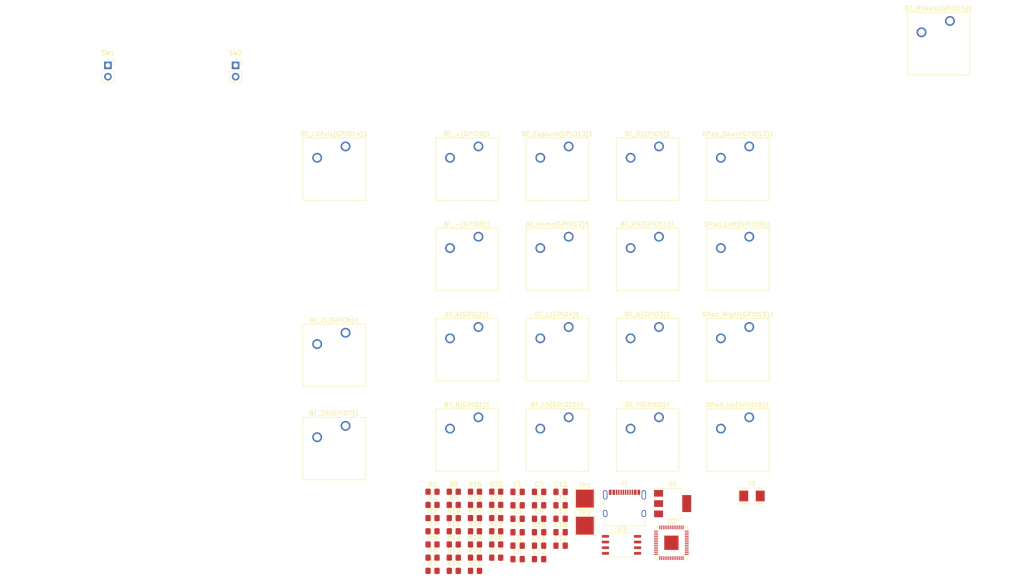
<source format=kicad_pcb>
(kicad_pcb (version 20221018) (generator pcbnew)
  (layers (0 "F.Cu" signal) (31 "B.Cu" signal) (34 "B.Paste" user) (35 "F.Paste" user) (36 "B.SilkS" user "B.Silkscreen") (37 "F.SilkS" user "F.Silkscreen") (38 "B.Mask" user) (39 "F.Mask" user) (44 "Edge.Cuts" user))
  (net 0 "")
  (net 1 "GND")
  (net 2 "BTN_Plus")
  (net 3 "BTN_Minus")
  (net 4 "BTN_A")
  (net 5 "BTN_B")
  (net 6 "BTN_Capture")
  (net 7 "BTN_Home")
  (net 8 "BTN_L")
  (net 9 "BTN_LS")
  (net 10 "BTN_LXAxis")
  (net 11 "BTN_R")
  (net 12 "BTN_RS")
  (net 13 "BTN_RXAxis")
  (net 14 "BTN_X")
  (net 15 "BTN_Y")
  (net 16 "BTN_ZL")
  (net 17 "BTN_ZR")
  (net 18 "Net-(U2-XIN)")
  (net 19 "Net-(C2-Pad2)")
  (net 20 "+1V1")
  (net 21 "VBUS")
  (net 22 "+3.3V")
  (net 23 "DPad_Down")
  (net 24 "DPad_Left")
  (net 25 "DPad_Right")
  (net 26 "DPad_Up")
  (net 27 "Net-(J1-CC1)")
  (net 28 "D+")
  (net 29 "D-")
  (net 31 "Net-(J1-CC2)")
  (net 33 "GNDPWR")
  (net 34 "Net-(U2-XOUT)")
  (net 35 "RP_D-")
  (net 36 "RP_D+")
  (net 37 "Net-(R6-Pad1)")
  (net 38 "QSPI_SS")
  (net 39 "Net-(U2-RUN)")
  (net 40 "Net-(U2-SWD)")
  (net 41 "Net-(U2-SWCLK)")
  (net 52 "QSPI_SD3")
  (net 53 "QSPI_SCLK")
  (net 54 "QSPI_SD0")
  (net 55 "QSPI_SD2")
  (net 56 "QSPI_SD1")
  (footprint "Package_DFN_QFN:QFN-56-1EP_7x7mm_P0.4mm_EP3.2x3.2mm" (layer "F.Cu") (at 170.12 141.3425)
    (fp_text reference "U2" (at 0 -4.82) (layer "F.SilkS"))
    (fp_text value "RP2040")
    (pad "1" smd roundrect (at -3.4375 -2.6) (size 0.875 0.2) (layers "F.Cu" "F.Paste" "F.Mask") (net 22 "+3.3V"))
    (pad "2" smd roundrect (at -3.4375 -2.2) (size 0.875 0.2) (layers "F.Cu" "F.Paste" "F.Mask") (net 15 "BTN_Y"))
    (pad "3" smd roundrect (at -3.4375 -1.8) (size 0.875 0.2) (layers "F.Cu" "F.Paste" "F.Mask") (net 5 "BTN_B"))
    (pad "4" smd roundrect (at -3.4375 -1.4) (size 0.875 0.2) (layers "F.Cu" "F.Paste" "F.Mask") (net 4 "BTN_A"))
    (pad "5" smd roundrect (at -3.4375 -1) (size 0.875 0.2) (layers "F.Cu" "F.Paste" "F.Mask") (net 14 "BTN_X"))
    (pad "6" smd roundrect (at -3.4375 -0.6) (size 0.875 0.2) (layers "F.Cu" "F.Paste" "F.Mask") (net 8 "BTN_L"))
    (pad "7" smd roundrect (at -3.4375 -0.2) (size 0.875 0.2) (layers "F.Cu" "F.Paste" "F.Mask") (net 11 "BTN_R"))
    (pad "8" smd roundrect (at -3.4375 0.2) (size 0.875 0.2) (layers "F.Cu" "F.Paste" "F.Mask") (net 16 "BTN_ZL"))
    (pad "9" smd roundrect (at -3.4375 0.6) (size 0.875 0.2) (layers "F.Cu" "F.Paste" "F.Mask") (net 17 "BTN_ZR"))
    (pad "10" smd roundrect (at -3.4375 1) (size 0.875 0.2) (layers "F.Cu" "F.Paste" "F.Mask") (net 22 "+3.3V"))
    (pad "11" smd roundrect (at -3.4375 1.4) (size 0.875 0.2) (layers "F.Cu" "F.Paste" "F.Mask") (net 3 "BTN_Minus"))
    (pad "12" smd roundrect (at -3.4375 1.8) (size 0.875 0.2) (layers "F.Cu" "F.Paste" "F.Mask") (net 2 "BTN_Plus"))
    (pad "13" smd roundrect (at -3.4375 2.2) (size 0.875 0.2) (layers "F.Cu" "F.Paste" "F.Mask") (net 9 "BTN_LS"))
    (pad "14" smd roundrect (at -3.4375 2.6) (size 0.875 0.2) (layers "F.Cu" "F.Paste" "F.Mask") (net 12 "BTN_RS"))
    (pad "15" smd roundrect (at -2.6 3.4375) (size 0.2 0.875) (layers "F.Cu" "F.Paste" "F.Mask") (net 7 "BTN_Home"))
    (pad "16" smd roundrect (at -2.2 3.4375) (size 0.2 0.875) (layers "F.Cu" "F.Paste" "F.Mask") (net 6 "BTN_Capture"))
    (pad "17" smd roundrect (at -1.8 3.4375) (size 0.2 0.875) (layers "F.Cu" "F.Paste" "F.Mask") (net 10 "BTN_LXAxis"))
    (pad "18" smd roundrect (at -1.4 3.4375) (size 0.2 0.875) (layers "F.Cu" "F.Paste" "F.Mask") (net 13 "BTN_RXAxis"))
    (pad "19" smd roundrect (at -1 3.4375) (size 0.2 0.875) (layers "F.Cu" "F.Paste" "F.Mask") (net 1 "GND"))
    (pad "20" smd roundrect (at -0.6 3.4375) (size 0.2 0.875) (layers "F.Cu" "F.Paste" "F.Mask") (net 18 "Net-(U2-XIN)"))
    (pad "21" smd roundrect (at -0.2 3.4375) (size 0.2 0.875) (layers "F.Cu" "F.Paste" "F.Mask") (net 34 "Net-(U2-XOUT)"))
    (pad "22" smd roundrect (at 0.2 3.4375) (size 0.2 0.875) (layers "F.Cu" "F.Paste" "F.Mask") (net 22 "+3.3V"))
    (pad "23" smd roundrect (at 0.6 3.4375) (size 0.2 0.875) (layers "F.Cu" "F.Paste" "F.Mask") (net 20 "+1V1"))
    (pad "24" smd roundrect (at 1 3.4375) (size 0.2 0.875) (layers "F.Cu" "F.Paste" "F.Mask") (net 41 "Net-(U2-SWCLK)"))
    (pad "25" smd roundrect (at 1.4 3.4375) (size 0.2 0.875) (layers "F.Cu" "F.Paste" "F.Mask") (net 40 "Net-(U2-SWD)"))
    (pad "26" smd roundrect (at 1.8 3.4375) (size 0.2 0.875) (layers "F.Cu" "F.Paste" "F.Mask") (net 39 "Net-(U2-RUN)"))
    (pad "27" smd roundrect (at 2.2 3.4375) (size 0.2 0.875) (layers "F.Cu" "F.Paste" "F.Mask") (net 26 "DPad_Up"))
    (pad "28" smd roundrect (at 2.6 3.4375) (size 0.2 0.875) (layers "F.Cu" "F.Paste" "F.Mask") (net 23 "DPad_Down"))
    (pad "29" smd roundrect (at 3.4375 2.6) (size 0.875 0.2) (layers "F.Cu" "F.Paste" "F.Mask") (net 24 "DPad_Left"))
    (pad "30" smd roundrect (at 3.4375 2.2) (size 0.875 0.2) (layers "F.Cu" "F.Paste" "F.Mask") (net 25 "DPad_Right"))
    (pad "31" smd roundrect (at 3.4375 1.8) (size 0.875 0.2) (layers "F.Cu" "F.Paste" "F.Mask"))
    (pad "32" smd roundrect (at 3.4375 1.4) (size 0.875 0.2) (layers "F.Cu" "F.Paste" "F.Mask"))
    (pad "33" smd roundrect (at 3.4375 1) (size 0.875 0.2) (layers "F.Cu" "F.Paste" "F.Mask") (net 22 "+3.3V"))
    (pad "34" smd roundrect (at 3.4375 0.6) (size 0.875 0.2) (layers "F.Cu" "F.Paste" "F.Mask"))
    (pad "35" smd roundrect (at 3.4375 0.2) (size 0.875 0.2) (layers "F.Cu" "F.Paste" "F.Mask"))
    (pad "36" smd roundrect (at 3.4375 -0.2) (size 0.875 0.2) (layers "F.Cu" "F.Paste" "F.Mask"))
    (pad "37" smd roundrect (at 3.4375 -0.6) (size 0.875 0.2) (layers "F.Cu" "F.Paste" "F.Mask"))
    (pad "38" smd roundrect (at 3.4375 -1) (size 0.875 0.2) (layers "F.Cu" "F.Paste" "F.Mask"))
    (pad "39" smd roundrect (at 3.4375 -1.4) (size 0.875 0.2) (layers "F.Cu" "F.Paste" "F.Mask"))
    (pad "40" smd roundrect (at 3.4375 -1.8) (size 0.875 0.2) (layers "F.Cu" "F.Paste" "F.Mask"))
    (pad "41" smd roundrect (at 3.4375 -2.2) (size 0.875 0.2) (layers "F.Cu" "F.Paste" "F.Mask"))
    (pad "42" smd roundrect (at 3.4375 -2.6) (size 0.875 0.2) (layers "F.Cu" "F.Paste" "F.Mask") (net 22 "+3.3V"))
    (pad "43" smd roundrect (at 2.6 -3.4375) (size 0.2 0.875) (layers "F.Cu" "F.Paste" "F.Mask") (net 22 "+3.3V"))
    (pad "44" smd roundrect (at 2.2 -3.4375) (size 0.2 0.875) (layers "F.Cu" "F.Paste" "F.Mask") (net 22 "+3.3V"))
    (pad "45" smd roundrect (at 1.8 -3.4375) (size 0.2 0.875) (layers "F.Cu" "F.Paste" "F.Mask") (net 20 "+1V1"))
    (pad "46" smd roundrect (at 1.4 -3.4375) (size 0.2 0.875) (layers "F.Cu" "F.Paste" "F.Mask") (net 35 "RP_D-"))
    (pad "47" smd roundrect (at 1 -3.4375) (size 0.2 0.875) (layers "F.Cu" "F.Paste" "F.Mask") (net 36 "RP_D+"))
    (pad "48" smd roundrect (at 0.6 -3.4375) (size 0.2 0.875) (layers "F.Cu" "F.Paste" "F.Mask") (net 22 "+3.3V"))
    (pad "49" smd roundrect (at 0.2 -3.4375) (size 0.2 0.875) (layers "F.Cu" "F.Paste" "F.Mask") (net 22 "+3.3V"))
    (pad "50" smd roundrect (at -0.2 -3.4375) (size 0.2 0.875) (layers "F.Cu" "F.Paste" "F.Mask") (net 20 "+1V1"))
    (pad "51" smd roundrect (at -0.6 -3.4375) (size 0.2 0.875) (layers "F.Cu" "F.Paste" "F.Mask") (net 52 "QSPI_SD3"))
    (pad "52" smd roundrect (at -1 -3.4375) (size 0.2 0.875) (layers "F.Cu" "F.Paste" "F.Mask") (net 53 "QSPI_SCLK"))
    (pad "53" smd roundrect (at -1.4 -3.4375) (size 0.2 0.875) (layers "F.Cu" "F.Paste" "F.Mask") (net 54 "QSPI_SD0"))
    (pad "54" smd roundrect (at -1.8 -3.4375) (size 0.2 0.875) (layers "F.Cu" "F.Paste" "F.Mask") (net 55 "QSPI_SD2"))
    (pad "55" smd roundrect (at -2.2 -3.4375) (size 0.2 0.875) (layers "F.Cu" "F.Paste" "F.Mask") (net 56 "QSPI_SD1"))
    (pad "56" smd roundrect (at -2.6 -3.4375) (size 0.2 0.875) (layers "F.Cu" "F.Paste" "F.Mask") (net 38 "QSPI_SS"))
    (pad "57" smd rect (at 0 0) (size 3.2 3.2) (layers "F.Cu" "F.Mask") (net 1 "GND"))
  )
  (footprint "Connector_PinSocket_2.54mm:PinSocket_1x02_P2.54mm_Vertical" (layer "F.Cu") (at 44.05 34.525)
    (fp_text reference "SW1" (at 0 -2.77) (layer "F.SilkS"))
    (fp_text value "RUN")
    (pad "1" thru_hole rect (at 0 0) (size 1.7 1.7) (drill 1) (layers "*.Cu" "*.Mask") (net 1 "GND"))
    (pad "2" thru_hole oval (at 0 2.54) (size 1.7 1.7) (drill 1) (layers "*.Cu" "*.Mask") (net 39 "Net-(U2-RUN)"))
  )
  (footprint "Resistor_SMD:R_0805_2012Metric_Pad1.20x1.40mm_HandSolder" (layer "F.Cu") (at 130.93 144.6725)
    (fp_text reference "R27" (at 0 -1.65) (layer "F.SilkS"))
    (fp_text value "4.7k")
    (pad "1" smd roundrect (at -1 0) (size 1.2 1.4) (layers "F.Cu" "F.Paste" "F.Mask") (roundrect_rratio 0.208333) (net 22 "+3.3V"))
    (pad "2" smd roundrect (at 1 0) (size 1.2 1.4) (layers "F.Cu" "F.Paste" "F.Mask") (roundrect_rratio 0.208333) (net 25 "DPad_Right"))
  )
  (footprint "Button_Switch_Keyboard:SW_Cherry_MX_2.00u_PCB" (layer "F.Cu") (at 97.22 52.6675)
    (fp_text reference "BT_LXAxis(GPIO14)1" (at -2.54 -2.794) (layer "F.SilkS"))
    (fp_text value "KEYSW")
    (pad "" np_thru_hole circle (at -14.44 -1.92) (size 3.05 3.05) (drill 3.05) (layers "*.Cu" "*.Mask"))
    (pad "" np_thru_hole circle (at -14.44 13.32) (size 4 4) (drill 4) (layers "*.Cu" "*.Mask"))
    (pad "" np_thru_hole circle (at -7.62 5.08) (size 1.7 1.7) (drill 1.7) (layers "*.Cu" "*.Mask"))
    (pad "" np_thru_hole circle (at -2.54 5.08) (size 4 4) (drill 4) (layers "*.Cu" "*.Mask"))
    (pad "" np_thru_hole circle (at 2.54 5.08) (size 1.7 1.7) (drill 1.7) (layers "*.Cu" "*.Mask"))
    (pad "" np_thru_hole circle (at 9.36 -1.92) (size 3.05 3.05) (drill 3.05) (layers "*.Cu" "*.Mask"))
    (pad "" np_thru_hole circle (at 9.36 13.32) (size 4 4) (drill 4) (layers "*.Cu" "*.Mask"))
    (pad "1" thru_hole circle (at 0 0) (size 2.2 2.2) (drill 1.5) (layers "*.Cu" "*.Mask") (net 1 "GND"))
    (pad "2" thru_hole circle (at -6.35 2.54) (size 2.2 2.2) (drill 1.5) (layers "*.Cu" "*.Mask") (net 10 "BTN_LXAxis"))
  )
  (footprint "Capacitor_SMD:C_0805_2012Metric_Pad1.18x1.45mm_HandSolder" (layer "F.Cu") (at 145.33 138.9825)
    (fp_text reference "C16" (at 0 -1.68) (layer "F.SilkS"))
    (fp_text value "100u")
    (pad "1" smd roundrect (at -1.0375 0) (size 1.175 1.45) (layers "F.Cu" "F.Paste" "F.Mask") (roundrect_rratio 0.212766) (net 22 "+3.3V"))
    (pad "2" smd roundrect (at 1.0375 0) (size 1.175 1.45) (layers "F.Cu" "F.Paste" "F.Mask") (roundrect_rratio 0.212766) (net 1 "GND"))
  )
  (footprint "Capacitor_SMD:C_0805_2012Metric_Pad1.18x1.45mm_HandSolder" (layer "F.Cu") (at 145.33 132.9625)
    (fp_text reference "C14" (at 0 -1.68) (layer "F.SilkS"))
    (fp_text value "100u")
    (pad "1" smd roundrect (at -1.0375 0) (size 1.175 1.45) (layers "F.Cu" "F.Paste" "F.Mask") (roundrect_rratio 0.212766) (net 22 "+3.3V"))
    (pad "2" smd roundrect (at 1.0375 0) (size 1.175 1.45) (layers "F.Cu" "F.Paste" "F.Mask") (roundrect_rratio 0.212766) (net 1 "GND"))
  )
  (footprint "Capacitor_SMD:C_0805_2012Metric_Pad1.18x1.45mm_HandSolder" (layer "F.Cu") (at 135.71 135.9725)
    (fp_text reference "C3" (at 0 -1.68) (layer "F.SilkS"))
    (fp_text value "100u")
    (pad "1" smd roundrect (at -1.0375 0) (size 1.175 1.45) (layers "F.Cu" "F.Paste" "F.Mask") (roundrect_rratio 0.212766) (net 20 "+1V1"))
    (pad "2" smd roundrect (at 1.0375 0) (size 1.175 1.45) (layers "F.Cu" "F.Paste" "F.Mask") (roundrect_rratio 0.212766) (net 1 "GND"))
  )
  (footprint "Capacitor_SMD:C_0805_2012Metric_Pad1.18x1.45mm_HandSolder" (layer "F.Cu") (at 140.52 138.9825)
    (fp_text reference "C10" (at 0 -1.68) (layer "F.SilkS"))
    (fp_text value "100u")
    (pad "1" smd roundrect (at -1.0375 0) (size 1.175 1.45) (layers "F.Cu" "F.Paste" "F.Mask") (roundrect_rratio 0.212766) (net 22 "+3.3V"))
    (pad "2" smd roundrect (at 1.0375 0) (size 1.175 1.45) (layers "F.Cu" "F.Paste" "F.Mask") (roundrect_rratio 0.212766) (net 1 "GND"))
  )
  (footprint "Button_Switch_Keyboard:SW_Cherry_MX_1.00u_PCB" (layer "F.Cu") (at 147.145 93.0675)
    (fp_text reference "BT_L(GPIO4)1" (at -2.54 -2.794) (layer "F.SilkS"))
    (fp_text value "KEYSW")
    (pad "" np_thru_hole circle (at -7.62 5.08) (size 1.7 1.7) (drill 1.7) (layers "*.Cu" "*.Mask"))
    (pad "" np_thru_hole circle (at -2.54 5.08) (size 4 4) (drill 4) (layers "*.Cu" "*.Mask"))
    (pad "" np_thru_hole circle (at 2.54 5.08) (size 1.7 1.7) (drill 1.7) (layers "*.Cu" "*.Mask"))
    (pad "1" thru_hole circle (at 0 0) (size 2.2 2.2) (drill 1.5) (layers "*.Cu" "*.Mask") (net 1 "GND"))
    (pad "2" thru_hole circle (at -6.35 2.54) (size 2.2 2.2) (drill 1.5) (layers "*.Cu" "*.Mask") (net 8 "BTN_L"))
  )
  (footprint "Resistor_SMD:R_0805_2012Metric_Pad1.20x1.40mm_HandSolder" (layer "F.Cu") (at 121.43 129.9225)
    (fp_text reference "R8" (at 0 -1.65) (layer "F.SilkS"))
    (fp_text value "4.7k")
    (pad "1" smd roundrect (at -1 0) (size 1.2 1.4) (layers "F.Cu" "F.Paste" "F.Mask") (roundrect_rratio 0.208333) (net 22 "+3.3V"))
    (pad "2" smd roundrect (at 1 0) (size 1.2 1.4) (layers "F.Cu" "F.Paste" "F.Mask") (roundrect_rratio 0.208333) (net 15 "BTN_Y"))
  )
  (footprint "Capacitor_SMD:C_0805_2012Metric_Pad1.18x1.45mm_HandSolder" (layer "F.Cu") (at 135.71 129.9525)
    (fp_text reference "C1" (at 0 -1.68) (layer "F.SilkS"))
    (fp_text value "27p")
    (pad "1" smd roundrect (at -1.0375 0) (size 1.175 1.45) (layers "F.Cu" "F.Paste" "F.Mask") (roundrect_rratio 0.212766) (net 1 "GND"))
    (pad "2" smd roundrect (at 1.0375 0) (size 1.175 1.45) (layers "F.Cu" "F.Paste" "F.Mask") (roundrect_rratio 0.212766) (net 18 "Net-(U2-XIN)"))
  )
  (footprint "Button_Switch_Keyboard:SW_Cherry_MX_1.00u_PCB" (layer "F.Cu") (at 126.945 72.8675)
    (fp_text reference "BT_-(GPIO8)1" (at -2.54 -2.794) (layer "F.SilkS"))
    (fp_text value "KEYSW")
    (pad "" np_thru_hole circle (at -7.62 5.08) (size 1.7 1.7) (drill 1.7) (layers "*.Cu" "*.Mask"))
    (pad "" np_thru_hole circle (at -2.54 5.08) (size 4 4) (drill 4) (layers "*.Cu" "*.Mask"))
    (pad "" np_thru_hole circle (at 2.54 5.08) (size 1.7 1.7) (drill 1.7) (layers "*.Cu" "*.Mask"))
    (pad "1" thru_hole circle (at 0 0) (size 2.2 2.2) (drill 1.5) (layers "*.Cu" "*.Mask") (net 1 "GND"))
    (pad "2" thru_hole circle (at -6.35 2.54) (size 2.2 2.2) (drill 1.5) (layers "*.Cu" "*.Mask") (net 3 "BTN_Minus"))
  )
  (footprint "Resistor_SMD:R_0805_2012Metric_Pad1.20x1.40mm_HandSolder" (layer "F.Cu") (at 126.18 144.6725)
    (fp_text reference "R20" (at 0 -1.65) (layer "F.SilkS"))
    (fp_text value "4.7k")
    (pad "1" smd roundrect (at -1 0) (size 1.2 1.4) (layers "F.Cu" "F.Paste" "F.Mask") (roundrect_rratio 0.208333) (net 22 "+3.3V"))
    (pad "2" smd roundrect (at 1 0) (size 1.2 1.4) (layers "F.Cu" "F.Paste" "F.Mask") (roundrect_rratio 0.208333) (net 7 "BTN_Home"))
  )
  (footprint "Resistor_SMD:R_0805_2012Metric_Pad1.20x1.40mm_HandSolder" (layer "F.Cu") (at 126.18 132.8725)
    (fp_text reference "R16" (at 0 -1.65) (layer "F.SilkS"))
    (fp_text value "4.7k")
    (pad "1" smd roundrect (at -1 0) (size 1.2 1.4) (layers "F.Cu" "F.Paste" "F.Mask") (roundrect_rratio 0.208333) (net 22 "+3.3V"))
    (pad "2" smd roundrect (at 1 0) (size 1.2 1.4) (layers "F.Cu" "F.Paste" "F.Mask") (roundrect_rratio 0.208333) (net 3 "BTN_Minus"))
  )
  (footprint "TestPoint:TestPoint_Pad_4.0x4.0mm" (layer "F.Cu") (at 150.76 131.4725)
    (fp_text reference "TP1" (at 0 -2.898) (layer "F.SilkS"))
    (fp_text value "TestPoint")
    (pad "1" smd rect (at 0 0) (size 4 4) (layers "F.Cu" "F.Mask") (net 40 "Net-(U2-SWD)"))
  )
  (footprint "Capacitor_SMD:C_0805_2012Metric_Pad1.18x1.45mm_HandSolder" (layer "F.Cu") (at 140.52 129.9525)
    (fp_text reference "C7" (at 0 -1.68) (layer "F.SilkS"))
    (fp_text value "10u")
    (pad "1" smd roundrect (at -1.0375 0) (size 1.175 1.45) (layers "F.Cu" "F.Paste" "F.Mask") (roundrect_rratio 0.212766) (net 1 "GND"))
    (pad "2" smd roundrect (at 1.0375 0) (size 1.175 1.45) (layers "F.Cu" "F.Paste" "F.Mask") (roundrect_rratio 0.212766) (net 22 "+3.3V"))
  )
  (footprint "Resistor_SMD:R_0805_2012Metric_Pad1.20x1.40mm_HandSolder" (layer "F.Cu") (at 130.93 141.7225)
    (fp_text reference "R26" (at 0 -1.65) (layer "F.SilkS"))
    (fp_text value "4.7k")
    (pad "1" smd roundrect (at -1 0) (size 1.2 1.4) (layers "F.Cu" "F.Paste" "F.Mask") (roundrect_rratio 0.208333) (net 22 "+3.3V"))
    (pad "2" smd roundrect (at 1 0) (size 1.2 1.4) (layers "F.Cu" "F.Paste" "F.Mask") (roundrect_rratio 0.208333) (net 24 "DPad_Left"))
  )
  (footprint "Resistor_SMD:R_0805_2012Metric_Pad1.20x1.40mm_HandSolder" (layer "F.Cu") (at 116.68 141.7225)
    (fp_text reference "R5" (at 0 -1.65) (layer "F.SilkS"))
    (fp_text value "22")
    (pad "1" smd roundrect (at -1 0) (size 1.2 1.4) (layers "F.Cu" "F.Paste" "F.Mask") (roundrect_rratio 0.208333) (net 28 "D+"))
    (pad "2" smd roundrect (at 1 0) (size 1.2 1.4) (layers "F.Cu" "F.Paste" "F.Mask") (roundrect_rratio 0.208333) (net 36 "RP_D+"))
  )
  (footprint "Button_Switch_Keyboard:SW_Cherry_MX_1.00u_PCB" (layer "F.Cu") (at 126.945 113.2675)
    (fp_text reference "BT_B(GPIO1)1" (at -2.54 -2.794) (layer "F.SilkS"))
    (fp_text value "KEYSW")
    (pad "" np_thru_hole circle (at -7.62 5.08) (size 1.7 1.7) (drill 1.7) (layers "*.Cu" "*.Mask"))
    (pad "" np_thru_hole circle (at -2.54 5.08) (size 4 4) (drill 4) (layers "*.Cu" "*.Mask"))
    (pad "" np_thru_hole circle (at 2.54 5.08) (size 1.7 1.7) (drill 1.7) (layers "*.Cu" "*.Mask"))
    (pad "1" thru_hole circle (at 0 0) (size 2.2 2.2) (drill 1.5) (layers "*.Cu" "*.Mask") (net 1 "GND"))
    (pad "2" thru_hole circle (at -6.35 2.54) (size 2.2 2.2) (drill 1.5) (layers "*.Cu" "*.Mask") (net 5 "BTN_B"))
  )
  (footprint "Resistor_SMD:R_0805_2012Metric_Pad1.20x1.40mm_HandSolder" (layer "F.Cu") (at 116.68 144.6725)
    (fp_text reference "R6" (at 0 -1.65) (layer "F.SilkS"))
    (fp_text value "1k")
    (pad "1" smd roundrect (at -1 0) (size 1.2 1.4) (layers "F.Cu" "F.Paste" "F.Mask") (roundrect_rratio 0.208333) (net 37 "Net-(R6-Pad1)"))
    (pad "2" smd roundrect (at 1 0) (size 1.2 1.4) (layers "F.Cu" "F.Paste" "F.Mask") (roundrect_rratio 0.208333) (net 38 "QSPI_SS"))
  )
  (footprint "Resistor_SMD:R_0805_2012Metric_Pad1.20x1.40mm_HandSolder" (layer "F.Cu") (at 130.93 132.8725)
    (fp_text reference "R23" (at 0 -1.65) (layer "F.SilkS"))
    (fp_text value "4.7k")
    (pad "1" smd roundrect (at -1 0) (size 1.2 1.4) (layers "F.Cu" "F.Paste" "F.Mask") (roundrect_rratio 0.208333) (net 22 "+3.3V"))
    (pad "2" smd roundrect (at 1 0) (size 1.2 1.4) (layers "F.Cu" "F.Paste" "F.Mask") (roundrect_rratio 0.208333) (net 13 "BTN_RXAxis"))
  )
  (footprint "Resistor_SMD:R_0805_2012Metric_Pad1.20x1.40mm_HandSolder" (layer "F.Cu") (at 116.68 132.8725)
    (fp_text reference "R2" (at 0 -1.65) (layer "F.SilkS"))
    (fp_text value "5.1k")
    (pad "1" smd roundrect (at -1 0) (size 1.2 1.4) (layers "F.Cu" "F.Paste" "F.Mask") (roundrect_rratio 0.208333) (net 27 "Net-(J1-CC1)"))
    (pad "2" smd roundrect (at 1 0) (size 1.2 1.4) (layers "F.Cu" "F.Paste" "F.Mask") (roundrect_rratio 0.208333) (net 1 "GND"))
  )
  (footprint "Button_Switch_Keyboard:SW_Cherry_MX_1.00u_PCB" (layer "F.Cu") (at 147.145 72.8675)
    (fp_text reference "BT_Home(GPIO12)1" (at -2.54 -2.794) (layer "F.SilkS"))
    (fp_text value "KEYSW")
    (pad "" np_thru_hole circle (at -7.62 5.08) (size 1.7 1.7) (drill 1.7) (layers "*.Cu" "*.Mask"))
    (pad "" np_thru_hole circle (at -2.54 5.08) (size 4 4) (drill 4) (layers "*.Cu" "*.Mask"))
    (pad "" np_thru_hole circle (at 2.54 5.08) (size 1.7 1.7) (drill 1.7) (layers "*.Cu" "*.Mask"))
    (pad "1" thru_hole circle (at 0 0) (size 2.2 2.2) (drill 1.5) (layers "*.Cu" "*.Mask") (net 1 "GND"))
    (pad "2" thru_hole circle (at -6.35 2.54) (size 2.2 2.2) (drill 1.5) (layers "*.Cu" "*.Mask") (net 7 "BTN_Home"))
  )
  (footprint "Resistor_SMD:R_0805_2012Metric_Pad1.20x1.40mm_HandSolder" (layer "F.Cu") (at 130.93 138.7725)
    (fp_text reference "R25" (at 0 -1.65) (layer "F.SilkS"))
    (fp_text value "4.7k")
    (pad "1" smd roundrect (at -1 0) (size 1.2 1.4) (layers "F.Cu" "F.Paste" "F.Mask") (roundrect_rratio 0.208333) (net 22 "+3.3V"))
    (pad "2" smd roundrect (at 1 0) (size 1.2 1.4) (layers "F.Cu" "F.Paste" "F.Mask") (roundrect_rratio 0.208333) (net 23 "DPad_Down"))
  )
  (footprint "Button_Switch_Keyboard:SW_Cherry_MX_1.00u_PCB" (layer "F.Cu") (at 187.545 93.0675)
    (fp_text reference "DPad_Right(GPIO19)1" (at -2.54 -2.794) (layer "F.SilkS"))
    (fp_text value "KEYSW")
    (pad "" np_thru_hole circle (at -7.62 5.08) (size 1.7 1.7) (drill 1.7) (layers "*.Cu" "*.Mask"))
    (pad "" np_thru_hole circle (at -2.54 5.08) (size 4 4) (drill 4) (layers "*.Cu" "*.Mask"))
    (pad "" np_thru_hole circle (at 2.54 5.08) (size 1.7 1.7) (drill 1.7) (layers "*.Cu" "*.Mask"))
    (pad "1" thru_hole circle (at 0 0) (size 2.2 2.2) (drill 1.5) (layers "*.Cu" "*.Mask") (net 1 "GND"))
    (pad "2" thru_hole circle (at -6.35 2.54) (size 2.2 2.2) (drill 1.5) (layers "*.Cu" "*.Mask") (net 25 "DPad_Right"))
  )
  (footprint "Capacitor_SMD:C_0805_2012Metric_Pad1.18x1.45mm_HandSolder" (layer "F.Cu") (at 140.52 141.9925)
    (fp_text reference "C11" (at 0 -1.68) (layer "F.SilkS"))
    (fp_text value "100n")
    (pad "1" smd roundrect (at -1.0375 0) (size 1.175 1.45) (layers "F.Cu" "F.Paste" "F.Mask") (roundrect_rratio 0.212766) (net 22 "+3.3V"))
    (pad "2" smd roundrect (at 1.0375 0) (size 1.175 1.45) (layers "F.Cu" "F.Paste" "F.Mask") (roundrect_rratio 0.212766) (net 1 "GND"))
  )
  (footprint "Resistor_SMD:R_0805_2012Metric_Pad1.20x1.40mm_HandSolder" (layer "F.Cu") (at 126.18 135.8225)
    (fp_text reference "R17" (at 0 -1.65) (layer "F.SilkS"))
    (fp_text value "4.7k")
    (pad "1" smd roundrect (at -1 0) (size 1.2 1.4) (layers "F.Cu" "F.Paste" "F.Mask") (roundrect_rratio 0.208333) (net 22 "+3.3V"))
    (pad "2" smd roundrect (at 1 0) (size 1.2 1.4) (layers "F.Cu" "F.Paste" "F.Mask") (roundrect_rratio 0.208333) (net 2 "BTN_Plus"))
  )
  (footprint "Resistor_SMD:R_0805_2012Metric_Pad1.20x1.40mm_HandSolder" (layer "F.Cu") (at 126.18 141.7225)
    (fp_text reference "R19" (at 0 -1.65) (layer "F.SilkS"))
    (fp_text value "4.7k")
    (pad "1" smd roundrect (at -1 0) (size 1.2 1.4) (layers "F.Cu" "F.Paste" "F.Mask") (roundrect_rratio 0.208333) (net 22 "+3.3V"))
    (pad "2" smd roundrect (at 1 0) (size 1.2 1.4) (layers "F.Cu" "F.Paste" "F.Mask") (roundrect_rratio 0.208333) (net 12 "BTN_RS"))
  )
  (footprint "Button_Switch_Keyboard:SW_Cherry_MX_1.00u_PCB" (layer "F.Cu") (at 167.345 72.8675)
    (fp_text reference "BT_RS(GPIO11)1" (at -2.54 -2.794) (layer "F.SilkS"))
    (fp_text value "KEYSW")
    (pad "" np_thru_hole circle (at -7.62 5.08) (size 1.7 1.7) (drill 1.7) (layers "*.Cu" "*.Mask"))
    (pad "" np_thru_hole circle (at -2.54 5.08) (size 4 4) (drill 4) (layers "*.Cu" "*.Mask"))
    (pad "" np_thru_hole circle (at 2.54 5.08) (size 1.7 1.7) (drill 1.7) (layers "*.Cu" "*.Mask"))
    (pad "1" thru_hole circle (at 0 0) (size 2.2 2.2) (drill 1.5) (layers "*.Cu" "*.Mask") (net 1 "GND"))
    (pad "2" thru_hole circle (at -6.35 2.54) (size 2.2 2.2) (drill 1.5) (layers "*.Cu" "*.Mask") (net 12 "BTN_RS"))
  )
  (footprint "Capacitor_SMD:C_0805_2012Metric_Pad1.18x1.45mm_HandSolder" (layer "F.Cu") (at 140.52 145.0025)
    (fp_text reference "C12" (at 0 -1.68) (layer "F.SilkS"))
    (fp_text value "100u")
    (pad "1" smd roundrect (at -1.0375 0) (size 1.175 1.45) (layers "F.Cu" "F.Paste" "F.Mask") (roundrect_rratio 0.212766) (net 22 "+3.3V"))
    (pad "2" smd roundrect (at 1.0375 0) (size 1.175 1.45) (layers "F.Cu" "F.Paste" "F.Mask") (roundrect_rratio 0.212766) (net 1 "GND"))
  )
  (footprint "Package_TO_SOT_SMD:SOT-223-3_TabPin2" (layer "F.Cu") (at 170.4 132.5725)
    (fp_text reference "U1" (at 0 -4.5) (layer "F.SilkS"))
    (fp_text value "AMS1117-3.3")
    (pad "1" smd rect (at -3.15 -2.3) (size 2 1.5) (layers "F.Cu" "F.Paste" "F.Mask") (net 1 "GND"))
    (pad "2" smd rect (at -3.15 0) (size 2 1.5) (layers "F.Cu" "F.Paste" "F.Mask") (net 22 "+3.3V"))
    (pad "2" smd rect (at 3.15 0) (size 2 3.8) (layers "F.Cu" "F.Paste" "F.Mask") (net 22 "+3.3V"))
    (pad "3" smd rect (at -3.15 2.3) (size 2 1.5) (layers "F.Cu" "F.Paste" "F.Mask") (net 21 "VBUS"))
  )
  (footprint "Resistor_SMD:R_0805_2012Metric_Pad1.20x1.40mm_HandSolder" (layer "F.Cu") (at 130.93 129.9225)
    (fp_text reference "R22" (at 0 -1.65) (layer "F.SilkS"))
    (fp_text value "4.7k")
    (pad "1" smd roundrect (at -1 0) (size 1.2 1.4) (layers "F.Cu" "F.Paste" "F.Mask") (roundrect_rratio 0.208333) (net 22 "+3.3V"))
    (pad "2" smd roundrect (at 1 0) (size 1.2 1.4) (layers "F.Cu" "F.Paste" "F.Mask") (roundrect_rratio 0.208333) (net 10 "BTN_LXAxis"))
  )
  (footprint "Resistor_SMD:R_0805_2012Metric_Pad1.20x1.40mm_HandSolder" (layer "F.Cu") (at 121.43 138.7725)
    (fp_text reference "R11" (at 0 -1.65) (layer "F.SilkS"))
    (fp_text value "4.7k")
    (pad "1" smd roundrect (at -1 0) (size 1.2 1.4) (layers "F.Cu" "F.Paste" "F.Mask") (roundrect_rratio 0.208333) (net 22 "+3.3V"))
    (pad "2" smd roundrect (at 1 0) (size 1.2 1.4) (layers "F.Cu" "F.Paste" "F.Mask") (roundrect_rratio 0.208333) (net 14 "BTN_X"))
  )
  (footprint "Resistor_SMD:R_0805_2012Metric_Pad1.20x1.40mm_HandSolder" (layer "F.Cu") (at 121.43 144.6725)
    (fp_text reference "R13" (at 0 -1.65) (layer "F.SilkS"))
    (fp_text value "4.7k")
    (pad "1" smd roundrect (at -1 0) (size 1.2 1.4) (layers "F.Cu" "F.Paste" "F.Mask") (roundrect_rratio 0.208333) (net 22 "+3.3V"))
    (pad "2" smd roundrect (at 1 0) (size 1.2 1.4) (layers "F.Cu" "F.Paste" "F.Mask") (roundrect_rratio 0.208333) (net 11 "BTN_R"))
  )
  (footprint "Resistor_SMD:R_0805_2012Metric_Pad1.20x1.40mm_HandSolder" (layer "F.Cu") (at 126.18 147.6225)
    (fp_text reference "R21" (at 0 -1.65) (layer "F.SilkS"))
    (fp_text value "4.7k")
    (pad "1" smd roundrect (at -1 0) (size 1.2 1.4) (layers "F.Cu" "F.Paste" "F.Mask") (roundrect_rratio 0.208333) (net 22 "+3.3V"))
    (pad "2" smd roundrect (at 1 0) (size 1.2 1.4) (layers "F.Cu" "F.Paste" "F.Mask") (roundrect_rratio 0.208333) (net 6 "BTN_Capture"))
  )
  (footprint "Capacitor_SMD:C_0805_2012Metric_Pad1.18x1.45mm_HandSolder" (layer "F.Cu") (at 140.52 135.9725)
    (fp_text reference "C9" (at 0 -1.68) (layer "F.SilkS"))
    (fp_text value "1u")
    (pad "1" smd roundrect (at -1.0375 0) (size 1.175 1.45) (layers "F.Cu" "F.Paste" "F.Mask") (roundrect_rratio 0.212766) (net 22 "+3.3V"))
    (pad "2" smd roundrect (at 1.0375 0) (size 1.175 1.45) (layers "F.Cu" "F.Paste" "F.Mask") (roundrect_rratio 0.212766) (net 1 "GND"))
  )
  (footprint "Resistor_SMD:R_0805_2012Metric_Pad1.20x1.40mm_HandSolder" (layer "F.Cu") (at 116.68 135.8225)
    (fp_text reference "R3" (at 0 -1.65) (layer "F.SilkS"))
    (fp_text value "5.1k")
    (pad "1" smd roundrect (at -1 0) (size 1.2 1.4) (layers "F.Cu" "F.Paste" "F.Mask") (roundrect_rratio 0.208333) (net 31 "Net-(J1-CC2)"))
    (pad "2" smd roundrect (at 1 0) (size 1.2 1.4) (layers "F.Cu" "F.Paste" "F.Mask") (roundrect_rratio 0.208333) (net 1 "GND"))
  )
  (footprint "Button_Switch_Keyboard:SW_Cherry_MX_2.00u_PCB" (layer "F.Cu") (at 97.22 94.3475)
    (fp_text reference "BT_ZL(GPIO6)1" (at -2.54 -2.794) (layer "F.SilkS"))
    (fp_text value "KEYSW")
    (pad "" np_thru_hole circle (at -14.44 -1.92) (size 3.05 3.05) (drill 3.05) (layers "*.Cu" "*.Mask"))
    (pad "" np_thru_hole circle (at -14.44 13.32) (size 4 4) (drill 4) (layers "*.Cu" "*.Mask"))
    (pad "" np_thru_hole circle (at -7.62 5.08) (size 1.7 1.7) (drill 1.7) (layers "*.Cu" "*.Mask"))
    (pad "" np_thru_hole circle (at -2.54 5.08) (size 4 4) (drill 4) (layers "*.Cu" "*.Mask"))
    (pad "" np_thru_hole circle (at 2.54 5.08) (size 1.7 1.7) (drill 1.7) (layers "*.Cu" "*.Mask"))
    (pad "" np_thru_hole circle (at 9.36 -1.92) (size 3.05 3.05) (drill 3.05) (layers "*.Cu" "*.Mask"))
    (pad "" np_thru_hole circle (at 9.36 13.32) (size 4 4) (drill 4) (layers "*.Cu" "*.Mask"))
    (pad "1" thru_hole circle (at 0 0) (size 2.2 2.2) (drill 1.5) (layers "*.Cu" "*.Mask") (net 1 "GND"))
    (pad "2" thru_hole circle (at -6.35 2.54) (size 2.2 2.2) (drill 1.5) (layers "*.Cu" "*.Mask") (net 16 "BTN_ZL"))
  )
  (footprint "Button_Switch_Keyboard:SW_Cherry_MX_1.00u_PCB" (layer "F.Cu") (at 147.145 52.6675)
    (fp_text reference "BT_Capture(GPIO13)1" (at -2.54 -2.794) (layer "F.SilkS"))
    (fp_text value "KEYSW")
    (pad "" np_thru_hole circle (at -7.62 5.08) (size 1.7 1.7) (drill 1.7) (layers "*.Cu" "*.Mask"))
    (pad "" np_thru_hole circle (at -2.54 5.08) (size 4 4) (drill 4) (layers "*.Cu" "*.Mask"))
    (pad "" np_thru_hole circle (at 2.54 5.08) (size 1.7 1.7) (drill 1.7) (layers "*.Cu" "*.Mask"))
    (pad "1" thru_hole circle (at 0 0) (size 2.2 2.2) (drill 1.5) (layers "*.Cu" "*.Mask") (net 1 "GND"))
    (pad "2" thru_hole circle (at -6.35 2.54) (size 2.2 2.2) (drill 1.5) (layers "*.Cu" "*.Mask") (net 6 "BTN_Capture"))
  )
  (footprint "Button_Switch_Keyboard:SW_Cherry_MX_1.00u_PCB" (layer "F.Cu") (at 187.545 52.6675)
    (fp_text reference "DPad_Down(GPIO17)1" (at -2.54 -2.794) (layer "F.SilkS"))
    (fp_text value "KEYSW")
    (pad "" np_thru_hole circle (at -7.62 5.08) (size 1.7 1.7) (drill 1.7) (layers "*.Cu" "*.Mask"))
    (pad "" np_thru_hole circle (at -2.54 5.08) (size 4 4) (drill 4) (layers "*.Cu" "*.Mask"))
    (pad "" np_thru_hole circle (at 2.54 5.08) (size 1.7 1.7) (drill 1.7) (layers "*.Cu" "*.Mask"))
    (pad "1" thru_hole circle (at 0 0) (size 2.2 2.2) (drill 1.5) (layers "*.Cu" "*.Mask") (net 1 "GND"))
    (pad "2" thru_hole circle (at -6.35 2.54) (size 2.2 2.2) (drill 1.5) (layers "*.Cu" "*.Mask") (net 23 "DPad_Down"))
  )
  (footprint "Resistor_SMD:R_0805_2012Metric_Pad1.20x1.40mm_HandSolder" (layer "F.Cu") (at 121.43 147.6225)
    (fp_text reference "R14" (at 0 -1.65) (layer "F.SilkS"))
    (fp_text value "4.7k")
    (pad "1" smd roundrect (at -1 0) (size 1.2 1.4) (layers "F.Cu" "F.Paste" "F.Mask") (roundrect_rratio 0.208333) (net 22 "+3.3V"))
    (pad "2" smd roundrect (at 1 0) (size 1.2 1.4) (layers "F.Cu" "F.Paste" "F.Mask") (roundrect_rratio 0.208333) (net 16 "BTN_ZL"))
  )
  (footprint "Button_Switch_Keyboard:SW_Cherry_MX_1.00u_PCB" (layer "F.Cu") (at 167.345 113.2675)
    (fp_text reference "BT_Y(GPIO0)1" (at -2.54 -2.794) (layer "F.SilkS"))
    (fp_text value "KEYSW")
    (pad "" np_thru_hole circle (at -7.62 5.08) (size 1.7 1.7) (drill 1.7) (layers "*.Cu" "*.Mask"))
    (pad "" np_thru_hole circle (at -2.54 5.08) (size 4 4) (drill 4) (layers "*.Cu" "*.Mask"))
    (pad "" np_thru_hole circle (at 2.54 5.08) (size 1.7 1.7) (drill 1.7) (layers "*.Cu" "*.Mask"))
    (pad "1" thru_hole circle (at 0 0) (size 2.2 2.2) (drill 1.5) (layers "*.Cu" "*.Mask") (net 1 "GND"))
    (pad "2" thru_hole circle (at -6.35 2.54) (size 2.2 2.2) (drill 1.5) (layers "*.Cu" "*.Mask") (net 15 "BTN_Y"))
  )
  (footprint "Button_Switch_Keyboard:SW_Cherry_MX_1.00u_PCB" (layer "F.Cu") (at 167.345 52.6675)
    (fp_text reference "BT_R(GPIO5)1" (at -2.54 -2.794) (layer "F.SilkS"))
    (fp_text value "KEYSW")
    (pad "" np_thru_hole circle (at -7.62 5.08) (size 1.7 1.7) (drill 1.7) (layers "*.Cu" "*.Mask"))
    (pad "" np_thru_hole circle (at -2.54 5.08) (size 4 4) (drill 4) (layers "*.Cu" "*.Mask"))
    (pad "" np_thru_hole circle (at 2.54 5.08) (size 1.7 1.7) (drill 1.7) (layers "*.Cu" "*.Mask"))
    (pad "1" thru_hole circle (at 0 0) (size 2.2 2.2) (drill 1.5) (layers "*.Cu" "*.Mask") (net 1 "GND"))
    (pad "2" thru_hole circle (at -6.35 2.54) (size 2.2 2.2) (drill 1.5) (layers "*.Cu" "*.Mask") (net 11 "BTN_R"))
  )
  (footprint "Resistor_SMD:R_0805_2012Metric_Pad1.20x1.40mm_HandSolder" (layer "F.Cu") (at 116.68 138.7725)
    (fp_text reference "R4" (at 0 -1.65) (layer "F.SilkS"))
    (fp_text value "22")
    (pad "1" smd roundrect (at -1 0) (size 1.2 1.4) (layers "F.Cu" "F.Paste" "F.Mask") (roundrect_rratio 0.208333) (net 29 "D-"))
    (pad "2" smd roundrect (at 1 0) (size 1.2 1.4) (layers "F.Cu" "F.Paste" "F.Mask") (roundrect_rratio 0.208333) (net 35 "RP_D-"))
  )
  (footprint "Capacitor_SMD:C_0805_2012Metric_Pad1.18x1.45mm_HandSolder" (layer "F.Cu") (at 145.33 129.9525)
    (fp_text reference "C13" (at 0 -1.68) (layer "F.SilkS"))
    (fp_text value "10u")
    (pad "1" smd roundrect (at -1.0375 0) (size 1.175 1.45) (layers "F.Cu" "F.Paste" "F.Mask") (roundrect_rratio 0.212766) (net 1 "GND"))
    (pad "2" smd roundrect (at 1.0375 0) (size 1.175 1.45) (layers "F.Cu" "F.Paste" "F.Mask") (roundrect_rratio 0.212766) (net 22 "+3.3V"))
  )
  (footprint "Resistor_SMD:R_0805_2012Metric_Pad1.20x1.40mm_HandSolder" (layer "F.Cu") (at 130.93 135.8225)
    (fp_text reference "R24" (at 0 -1.65) (layer "F.SilkS"))
    (fp_text value "4.7k")
    (pad "1" smd roundrect (at -1 0) (size 1.2 1.4) (layers "F.Cu" "F.Paste" "F.Mask") (roundrect_rratio 0.208333) (net 22 "+3.3V"))
    (pad "2" smd roundrect (at 1 0) (size 1.2 1.4) (layers "F.Cu" "F.Paste" "F.Mask") (roundrect_rratio 0.208333) (net 26 "DPad_Up"))
  )
  (footprint "Package_SO:SOIC-8_5.23x5.23mm_P1.27mm" (layer "F.Cu") (at 158.96 141.8125)
    (fp_text reference "U3" (at 0 -3.56) (layer "F.SilkS"))
    (fp_text value "W25Q128JVS")
    (pad "1" smd roundrect (at -3.6 -1.905) (size 1.6 0.6) (layers "F.Cu" "F.Paste" "F.Mask") (net 38 "QSPI_SS"))
    (pad "2" smd roundrect (at -3.6 -0.635) (size 1.6 0.6) (layers "F.Cu" "F.Paste" "F.Mask") (net 56 "QSPI_SD1"))
    (pad "3" smd roundrect (at -3.6 0.635) (size 1.6 0.6) (layers "F.Cu" "F.Paste" "F.Mask") (net 55 "QSPI_SD2"))
    (pad "4" smd roundrect (at -3.6 1.905) (size 1.6 0.6) (layers "F.Cu" "F.Paste" "F.Mask") (net 1 "GND"))
    (pad "5" smd roundrect (at 3.6 1.905) (size 1.6 0.6) (layers "F.Cu" "F.Paste" "F.Mask") (net 54 "QSPI_SD0"))
    (pad "6" smd roundrect (at 3.6 0.635) (size 1.6 0.6) (layers "F.Cu" "F.Paste" "F.Mask") (net 53 "QSPI_SCLK"))
    (pad "7" smd roundrect (at 3.6 -0.635) (size 1.6 0.6) (layers "F.Cu" "F.Paste" "F.Mask") (net 52 "QSPI_SD3"))
    (pad "8" smd roundrect (at 3.6 -1.905) (size 1.6 0.6) (layers "F.Cu" "F.Paste" "F.Mask") (net 22 "+3.3V"))
  )
  (footprint "Button_Switch_Keyboard:SW_Cherry_MX_2.00u_PCB" (layer "F.Cu") (at 97.22 115.1875)
    (fp_text reference "BT_ZR(GPIO7)1" (at -2.54 -2.794) (layer "F.SilkS"))
    (fp_text value "KEYSW")
    (pad "" np_thru_hole circle (at -14.44 -1.92) (size 3.05 3.05) (drill 3.05) (layers "*.Cu" "*.Mask"))
    (pad "" np_thru_hole circle (at -14.44 13.32) (size 4 4) (drill 4) (layers "*.Cu" "*.Mask"))
    (pad "" np_thru_hole circle (at -7.62 5.08) (size 1.7 1.7) (drill 1.7) (layers "*.Cu" "*.Mask"))
    (pad "" np_thru_hole circle (at -2.54 5.08) (size 4 4) (drill 4) (layers "*.Cu" "*.Mask"))
    (pad "" np_thru_hole circle (at 2.54 5.08) (size 1.7 1.7) (drill 1.7) (layers "*.Cu" "*.Mask"))
    (pad "" np_thru_hole circle (at 9.36 -1.92) (size 3.05 3.05) (drill 3.05) (layers "*.Cu" "*.Mask"))
    (pad "" np_thru_hole circle (at 9.36 13.32) (size 4 4) (drill 4) (layers "*.Cu" "*.Mask"))
    (pad "1" thru_hole circle (at 0 0) (size 2.2 2.2) (drill 1.5) (layers "*.Cu" "*.Mask") (net 1 "GND"))
    (pad "2" thru_hole circle (at -6.35 2.54) (size 2.2 2.2) (drill 1.5) (layers "*.Cu" "*.Mask") (net 17 "BTN_ZR"))
  )
  (footprint "Resistor_SMD:R_0805_2012Metric_Pad1.20x1.40mm_HandSolder" (layer "F.Cu") (at 121.43 132.8725)
    (fp_text reference "R9" (at 0 -1.65) (layer "F.SilkS"))
    (fp_text value "4.7k")
    (pad "1" smd roundrect (at -1 0) (size 1.2 1.4) (layers "F.Cu" "F.Paste" "F.Mask") (roundrect_rratio 0.208333) (net 22 "+3.3V"))
    (pad "2" smd roundrect (at 1 0) (size 1.2 1.4) (layers "F.Cu" "F.Paste" "F.Mask") (roundrect_rratio 0.208333) (net 5 "BTN_B"))
  )
  (footprint "Resistor_SMD:R_0805_2012Metric_Pad1.20x1.40mm_HandSolder" (layer "F.Cu") (at 116.68 147.6225)
    (fp_text reference "R7" (at 0 -1.65) (layer "F.SilkS"))
    (fp_text value "1k")
    (pad "1" smd roundrect (at -1 0) (size 1.2 1.4) (layers "F.Cu" "F.Paste" "F.Mask") (roundrect_rratio 0.208333) (net 38 "QSPI_SS"))
    (pad "2" smd roundrect (at 1 0) (size 1.2 1.4) (layers "F.Cu" "F.Paste" "F.Mask") (roundrect_rratio 0.208333) (net 22 "+3.3V"))
  )
  (footprint "Button_Switch_Keyboard:SW_Cherry_MX_1.00u_PCB" (layer "F.Cu") (at 147.145 113.2675)
    (fp_text reference "BT_LS(GPIO10)1" (at -2.54 -2.794) (layer "F.SilkS"))
    (fp_text value "KEYSW")
    (pad "" np_thru_hole circle (at -7.62 5.08) (size 1.7 1.7) (drill 1.7) (layers "*.Cu" "*.Mask"))
    (pad "" np_thru_hole circle (at -2.54 5.08) (size 4 4) (drill 4) (layers "*.Cu" "*.Mask"))
    (pad "" np_thru_hole circle (at 2.54 5.08) (size 1.7 1.7) (drill 1.7) (layers "*.Cu" "*.Mask"))
    (pad "1" thru_hole circle (at 0 0) (size 2.2 2.2) (drill 1.5) (layers "*.Cu" "*.Mask") (net 1 "GND"))
    (pad "2" thru_hole circle (at -6.35 2.54) (size 2.2 2.2) (drill 1.5) (layers "*.Cu" "*.Mask") (net 9 "BTN_LS"))
  )
  (footprint "Capacitor_SMD:C_0805_2012Metric_Pad1.18x1.45mm_HandSolder" (layer "F.Cu") (at 140.52 132.9625)
    (fp_text reference "C8" (at 0 -1.68) (layer "F.SilkS"))
    (fp_text value "100u")
    (pad "1" smd roundrect (at -1.0375 0) (size 1.175 1.45) (layers "F.Cu" "F.Paste" "F.Mask") (roundrect_rratio 0.212766) (net 22 "+3.3V"))
    (pad "2" smd roundrect (at 1.0375 0) (size 1.175 1.45) (layers "F.Cu" "F.Paste" "F.Mask") (roundrect_rratio 0.212766) (net 1 "GND"))
  )
  (footprint "Button_Switch_Keyboard:SW_Cherry_MX_1.00u_PCB" (layer "F.Cu") (at 167.345 93.0675)
    (fp_text reference "BT_X(GPIO3)1" (at -2.54 -2.794) (layer "F.SilkS"))
    (fp_text value "KEYSW")
    (pad "" np_thru_hole circle (at -7.62 5.08) (size 1.7 1.7) (drill 1.7) (layers "*.Cu" "*.Mask"))
    (pad "" np_thru_hole circle (at -2.54 5.08) (size 4 4) (drill 4) (layers "*.Cu" "*.Mask"))
    (pad "" np_thru_hole circle (at 2.54 5.08) (size 1.7 1.7) (drill 1.7) (layers "*.Cu" "*.Mask"))
    (pad "1" thru_hole circle (at 0 0) (size 2.2 2.2) (drill 1.5) (layers "*.Cu" "*.Mask") (net 1 "GND"))
    (pad "2" thru_hole circle (at -6.35 2.54) (size 2.2 2.2) (drill 1.5) (layers "*.Cu" "*.Mask") (net 14 "BTN_X"))
  )
  (footprint "Resistor_SMD:R_0805_2012Metric_Pad1.20x1.40mm_HandSolder" (layer "F.Cu") (at 121.43 141.7225)
    (fp_text reference "R12" (at 0 -1.65) (layer "F.SilkS"))
    (fp_text value "4.7k")
    (pad "1" smd roundrect (at -1 0) (size 1.2 1.4) (layers "F.Cu" "F.Paste" "F.Mask") (roundrect_rratio 0.208333) (net 22 "+3.3V"))
    (pad "2" smd roundrect (at 1 0) (size 1.2 1.4) (layers "F.Cu" "F.Paste" "F.Mask") (roundrect_rratio 0.208333) (net 8 "BTN_L"))
  )
  (footprint "Capacitor_SMD:C_0805_2012Metric_Pad1.18x1.45mm_HandSolder" (layer "F.Cu") (at 135.71 138.9825)
    (fp_text reference "C4" (at 0 -1.68) (layer "F.SilkS"))
    (fp_text value "10u")
    (pad "1" smd roundrect (at -1.0375 0) (size 1.175 1.45) (layers "F.Cu" "F.Paste" "F.Mask") (roundrect_rratio 0.212766) (net 1 "GND"))
    (pad "2" smd roundrect (at 1.0375 0) (size 1.175 1.45) (layers "F.Cu" "F.Paste" "F.Mask") (roundrect_rratio 0.212766) (net 21 "VBUS"))
  )
  (footprint "Resistor_SMD:R_0805_2012Metric_Pad1.20x1.40mm_HandSolder" (layer "F.Cu") (at 126.18 138.7725)
    (fp_text reference "R18" (at 0 -1.65) (layer "F.SilkS"))
    (fp_text value "4.7k")
    (pad "1" smd roundrect (at -1 0) (size 1.2 1.4) (layers "F.Cu" "F.Paste" "F.Mask") (roundrect_rratio 0.208333) (net 22 "+3.3V"))
    (pad "2" smd roundrect (at 1 0) (size 1.2 1.4) (layers "F.Cu" "F.Paste" "F.Mask") (roundrect_rratio 0.208333) (net 9 "BTN_LS"))
  )
  (footprint "Button_Switch_Keyboard:SW_Cherry_MX_1.00u_PCB" (layer "F.Cu") (at 187.545 113.2675)
    (fp_text reference "DPad_Up(GPIO16)1" (at -2.54 -2.794) (layer "F.SilkS"))
    (fp_text value "KEYSW")
    (pad "" np_thru_hole circle (at -7.62 5.08) (size 1.7 1.7) (drill 1.7) (layers "*.Cu" "*.Mask"))
    (pad "" np_thru_hole circle (at -2.54 5.08) (size 4 4) (drill 4) (layers "*.Cu" "*.Mask"))
    (pad "" np_thru_hole circle (at 2.54 5.08) (size 1.7 1.7) (drill 1.7) (layers "*.Cu" "*.Mask"))
    (pad "1" thru_hole circle (at 0 0) (size 2.2 2.2) (drill 1.5) (layers "*.Cu" "*.Mask") (net 1 "GND"))
    (pad "2" thru_hole circle (at -6.35 2.54) (size 2.2 2.2) (drill 1.5) (layers "*.Cu" "*.Mask") (net 26 "DPad_Up"))
  )
  (footprint "Button_Switch_Keyboard:SW_Cherry_MX_1.00u_PCB" (layer "F.Cu") (at 187.545 72.8675)
    (fp_text reference "DPad_Left(GPIO18)1" (at -2.54 -2.794) (layer "F.SilkS"))
    (fp_text value "KEYSW")
    (pad "" np_thru_hole circle (at -7.62 5.08) (size 1.7 1.7) (drill 1.7) (layers "*.Cu" "*.Mask"))
    (pad "" np_thru_hole circle (at -2.54 5.08) (size 4 4) (drill 4) (layers "*.Cu" "*.Mask"))
    (pad "" np_thru_hole circle (at 2.54 5.08) (size 1.7 1.7) (drill 1.7) (layers "*.Cu" "*.Mask"))
    (pad "1" thru_hole circle (at 0 0) (size 2.2 2.2) (drill 1.5) (layers "*.Cu" "*.Mask") (net 1 "GND"))
    (pad "2" thru_hole circle (at -6.35 2.54) (size 2.2 2.2) (drill 1.5) (layers "*.Cu" "*.Mask") (net 24 "DPad_Left"))
  )
  (footprint "Button_Switch_Keyboard:SW_Cherry_MX_1.00u_PCB" (layer "F.Cu") (at 126.945 52.6675)
    (fp_text reference "BT_+(GPIO9)1" (at -2.54 -2.794) (layer "F.SilkS"))
    (fp_text value "KEYSW")
    (pad "" np_thru_hole circle (at -7.62 5.08) (size 1.7 1.7) (drill 1.7) (layers "*.Cu" "*.Mask"))
    (pad "" np_thru_hole circle (at -2.54 5.08) (size 4 4) (drill 4) (layers "*.Cu" "*.Mask"))
    (pad "" np_thru_hole circle (at 2.54 5.08) (size 1.7 1.7) (drill 1.7) (layers "*.Cu" "*.Mask"))
    (pad "1" thru_hole circle (at 0 0) (size 2.2 2.2) (drill 1.5) (layers "*.Cu" "*.Mask") (net 1 "GND"))
    (pad "2" thru_hole circle (at -6.35 2.54) (size 2.2 2.2) (drill 1.5) (layers "*.Cu" "*.Mask") (net 2 "BTN_Plus"))
  )
  (footprint "Button_Switch_Keyboard:SW_Cherry_MX_2.00u_PCB" (layer "F.Cu") (at 232.44 24.6)
    (fp_text reference "BT_RXAxis(GPIO15)1" (at -2.54 -2.794) (layer "F.SilkS"))
    (fp_text value "KEYSW")
    (pad "" np_thru_hole circle (at -14.44 -1.92) (size 3.05 3.05) (drill 3.05) (layers "*.Cu" "*.Mask"))
    (pad "" np_thru_hole circle (at -14.44 13.32) (size 4 4) (drill 4) (layers "*.Cu" "*.Mask"))
    (pad "" np_thru_hole circle (at -7.62 5.08) (size 1.7 1.7) (drill 1.7) (layers "*.Cu" "*.Mask"))
    (pad "" np_thru_hole circle (at -2.54 5.08) (size 4 4) (drill 4) (layers "*.Cu" "*.Mask"))
    (pad "" np_thru_hole circle (at 2.54 5.08) (size 1.7 1.7) (drill 1.7) (layers "*.Cu" "*.Mask"))
    (pad "" np_thru_hole circle (at 9.36 -1.92) (size 3.05 3.05) (drill 3.05) (layers "*.Cu" "*.Mask"))
    (pad "" np_thru_hole circle (at 9.36 13.32) (size 4 4) (drill 4) (layers "*.Cu" "*.Mask"))
    (pad "1" thru_hole circle (at 0 0) (size 2.2 2.2) (drill 1.5) (layers "*.Cu" "*.Mask") (net 1 "GND"))
    (pad "2" thru_hole circle (at -6.35 2.54) (size 2.2 2.2) (drill 1.5) (layers "*.Cu" "*.Mask") (net 13 "BTN_RXAxis"))
  )
  (footprint "Capacitor_SMD:C_0805_2012Metric_Pad1.18x1.45mm_HandSolder" (layer "F.Cu") (at 135.71 141.9925)
    (fp_text reference "C5" (at 0 -1.68) (layer "F.SilkS"))
    (fp_text value "1u")
    (pad "1" smd roundrect (at -1.0375 0) (size 1.175 1.45) (layers "F.Cu" "F.Paste" "F.Mask") (roundrect_rratio 0.212766) (net 20 "+1V1"))
    (pad "2" smd roundrect (at 1.0375 0) (size 1.175 1.45) (layers "F.Cu" "F.Paste" "F.Mask") (roundrect_rratio 0.212766) (net 1 "GND"))
  )
  (footprint "Capacitor_SMD:C_0805_2012Metric_Pad1.18x1.45mm_HandSolder" (layer "F.Cu") (at 135.71 132.9625)
    (fp_text reference "C2" (at 0 -1.68) (layer "F.SilkS"))
    (fp_text value "27p")
    (pad "1" smd roundrect (at -1.0375 0) (size 1.175 1.45) (layers "F.Cu" "F.Paste" "F.Mask") (roundrect_rratio 0.212766) (net 1 "GND"))
    (pad "2" smd roundrect (at 1.0375 0) (size 1.175 1.45) (layers "F.Cu" "F.Paste" "F.Mask") (roundrect_rratio 0.212766) (net 19 "Net-(C2-Pad2)"))
  )
  (footprint "Capacitor_SMD:C_0805_2012Metric_Pad1.18x1.45mm_HandSolder" (layer "F.Cu") (at 145.33 135.9725)
    (fp_text reference "C15" (at 0 -1.68) (layer "F.SilkS"))
    (fp_text value "100u")
    (pad "1" smd roundrect (at -1.0375 0) (size 1.175 1.45) (layers "F.Cu" "F.Paste" "F.Mask") (roundrect_rratio 0.212766) (net 22 "+3.3V"))
    (pad "2" smd roundrect (at 1.0375 0) (size 1.175 1.45) (layers "F.Cu" "F.Paste" "F.Mask") (roundrect_rratio 0.212766) (net 1 "GND"))
  )
  (footprint "Resistor_SMD:R_0805_2012Metric_Pad1.20x1.40mm_HandSolder" (layer "F.Cu") (at 121.43 135.8225)
    (fp_text reference "R10" (at 0 -1.65) (layer "F.SilkS"))
    (fp_text value "4.7k")
    (pad "1" smd roundrect (at -1 0) (size 1.2 1.4) (layers "F.Cu" "F.Paste" "F.Mask") (roundrect_rratio 0.208333) (net 22 "+3.3V"))
    (pad "2" smd roundrect (at 1 0) (size 1.2 1.4) (layers "F.Cu" "F.Paste" "F.Mask") (roundrect_rratio 0.208333) (net 4 "BTN_A"))
  )
  (footprint "Resistor_SMD:R_0805_2012Metric_Pad1.20x1.40mm_HandSolder" (layer "F.Cu") (at 126.18 129.9225)
    (fp_text reference "R15" (at 0 -1.65) (layer "F.SilkS"))
    (fp_text value "4.7k")
    (pad "1" smd roundrect (at -1 0) (size 1.2 1.4) (layers "F.Cu" "F.Paste" "F.Mask") (roundrect_rratio 0.208333) (net 22 "+3.3V"))
    (pad "2" smd roundrect (at 1 0) (size 1.2 1.4) (layers "F.Cu" "F.Paste" "F.Mask") (roundrect_rratio 0.208333) (net 17 "BTN_ZR"))
  )
  (footprint "Crystal:Crystal_SMD_5032-2Pin_5.0x3.2mm" (layer "F.Cu") (at 188.15 130.8725)
    (fp_text reference "Y1" (at 0 -2.8) (layer "F.SilkS"))
    (fp_text value "12.000MHz(ATS,SMD)")
    (pad "1" smd rect (at -1.85 0) (size 2 2.4) (layers "F.Cu" "F.Paste" "F.Mask") (net 19 "Net-(C2-Pad2)"))
    (pad "2" smd rect (at 1.85 0) (size 2 2.4) (layers "F.Cu" "F.Paste" "F.Mask") (net 18 "Net-(U2-XIN)"))
  )
  (footprint "Connector_USB:USB_C_Receptacle_XKB_U262-16XN-4BVC11" (layer "F.Cu") (at 159.63 133.7225)
    (fp_text reference "J1" (at 0 -5.715) (layer "F.SilkS"))
    (fp_text value "USB_C_Receptacle")
    (pad "" np_thru_hole circle (at -2.89 -2.605) (size 0.65 0.65) (drill 0.65) (layers "*.Cu" "*.Mask"))
    (pad "" np_thru_hole circle (at 2.89 -2.605) (size 0.65 0.65) (drill 0.65) (layers "*.Cu" "*.Mask"))
    (pad "A1" smd rect (at -3.35 -3.67) (size 0.3 1.15) (layers "F.Cu" "F.Paste" "F.Mask") (net 1 "GND"))
    (pad "A4" smd rect (at -2.55 -3.67) (size 0.3 1.15) (layers "F.Cu" "F.Paste" "F.Mask") (net 21 "VBUS"))
    (pad "A5" smd rect (at -1.25 -3.67) (size 0.3 1.15) (layers "F.Cu" "F.Paste" "F.Mask") (net 27 "Net-(J1-CC1)"))
    (pad "A6" smd rect (at -0.25 -3.67) (size 0.3 1.15) (layers "F.Cu" "F.Paste" "F.Mask") (net 28 "D+"))
    (pad "A7" smd rect (at 0.25 -3.67) (size 0.3 1.15) (layers "F.Cu" "F.Paste" "F.Mask") (net 29 "D-"))
    (pad "A8" smd rect (at 1.25 -3.67) (size 0.3 1.15) (layers "F.Cu" "F.Paste" "F.Mask"))
    (pad "A9" smd rect (at 2.55 -3.67) (size 0.3 1.15) (layers "F.Cu" "F.Paste" "F.Mask") (net 21 "VBUS"))
    (pad "A12" smd rect (at 3.35 -3.67) (size 0.3 1.15) (layers "F.Cu" "F.Paste" "F.Mask") (net 1 "GND"))
    (pad "B1" smd rect (at 3.05 -3.67) (size 0.3 1.15) (layers "F.Cu" "F.Paste" "F.Mask") (net 1 "GND"))
    (pad "B4" smd rect (at 2.25 -3.67) (size 0.3 1.15) (layers "F.Cu" "F.Paste" "F.Mask") (net 21 "VBUS"))
    (pad "B5" smd rect (at 1.75 -3.67) (size 0.3 1.15) (layers "F.Cu" "F.Paste" "F.Mask") (net 31 "Net-(J1-CC2)"))
    (pad "B6" smd rect (at 0.75 -3.67) (size 0.3 1.15) (layers "F.Cu" "F.Paste" "F.Mask") (net 28 "D+"))
    (pad "B7" smd rect (at -0.75 -3.67) (size 0.3 1.15) (layers "F.Cu" "F.Paste" "F.Mask") (net 29 "D-"))
    (pad "B8" smd rect (at -1.75 -3.67) (size 0.3 1.15) (layers "F.Cu" "F.Paste" "F.Mask"))
    (pad "B9" smd rect (at -2.25 -3.67) (size 0.3 1.15) (layers "F.Cu" "F.Paste" "F.Mask") (net 21 "VBUS"))
    (pad "B12" smd rect (at -3.05 -3.67) (size 0.3 1.15) (layers "F.Cu" "F.Paste" "F.Mask") (net 1 "GND"))
    (pad "S1" thru_hole oval (at -4.32 -3.105) (size 1 2.1) (drill oval 0.6 1.7) (layers "*.Cu" "*.Mask") (net 33 "GNDPWR"))
    (pad "S1" thru_hole oval (at -4.32 1.075) (size 1 1.6) (drill oval 0.6 1.2) (layers "*.Cu" "*.Mask") (net 33 "GNDPWR"))
    (pad "S1" thru_hole oval (at 4.32 -3.105) (size 1 2.1) (drill oval 0.6 1.7) (layers "*.Cu" "*.Mask") (net 33 "GNDPWR"))
    (pad "S1" thru_hole oval (at 4.32 1.075) (size 1 1.6) (drill oval 0.6 1.2) (layers "*.Cu" "*.Mask") (net 33 "GNDPWR"))
  )
  (footprint "Resistor_SMD:R_0805_2012Metric_Pad1.20x1.40mm_HandSolder" (layer "F.Cu") (at 116.68 129.9225)
    (fp_text reference "R1" (at 0 -1.65) (layer "F.SilkS"))
    (fp_text value "1k")
    (pad "1" smd roundrect (at -1 0) (size 1.2 1.4) (layers "F.Cu" "F.Paste" "F.Mask") (roundrect_rratio 0.208333) (net 19 "Net-(C2-Pad2)"))
    (pad "2" smd roundrect (at 1 0) (size 1.2 1.4) (layers "F.Cu" "F.Paste" "F.Mask") (roundrect_rratio 0.208333) (net 34 "Net-(U2-XOUT)"))
  )
  (footprint "Capacitor_SMD:C_0805_2012Metric_Pad1.18x1.45mm_HandSolder" (layer "F.Cu") (at 145.33 141.9925)
    (fp_text reference "C17" (at 0 -1.68) (layer "F.SilkS"))
    (fp_text value "100u")
    (pad "1" smd roundrect (at -1.0375 0) (size 1.175 1.45) (layers "F.Cu" "F.Paste" "F.Mask") (roundrect_rratio 0.212766) (net 22 "+3.3V"))
    (pad "2" smd roundrect (at 1.0375 0) (size 1.175 1.45) (layers "F.Cu" "F.Paste" "F.Mask") (roundrect_rratio 0.212766) (net 1 "GND"))
  )
  (footprint "Connector_PinSocket_2.54mm:PinSocket_1x02_P2.54mm_Vertical" (layer "F.Cu") (at 72.625 34.525)
    (fp_text reference "SW2" (at 0 -2.77) (layer "F.SilkS"))
    (fp_text value "USB_Boot")
    (pad "1" thru_hole rect (at 0 0) (size 1.7 1.7) (drill 1) (layers "*.Cu" "*.Mask") (net 1 "GND"))
    (pad "2" thru_hole oval (at 0 2.54) (size 1.7 1.7) (drill 1) (layers "*.Cu" "*.Mask") (net 37 "Net-(R6-Pad1)"))
  )
  (footprint "TestPoint:TestPoint_Pad_4.0x4.0mm" (layer "F.Cu") (at 150.76 137.5225)
    (fp_text reference "TP2" (at 0 -2.898) (layer "F.SilkS"))
    (fp_text value "TestPoint")
    (pad "1" smd rect (at 0 0) (size 4 4) (layers "F.Cu" "F.Mask") (net 41 "Net-(U2-SWCLK)"))
  )
  (footprint "Capacitor_SMD:C_0805_2012Metric_Pad1.18x1.45mm_HandSolder" (layer "F.Cu") (at 135.71 145.0025)
    (fp_text reference "C6" (at 0 -1.68) (layer "F.SilkS"))
    (fp_text value "100u")
    (pad "1" smd roundrect (at -1.0375 0) (size 1.175 1.45) (layers "F.Cu" "F.Paste" "F.Mask") (roundrect_rratio 0.212766) (net 20 "+1V1"))
    (pad "2" smd roundrect (at 1.0375 0) (size 1.175 1.45) (layers "F.Cu" "F.Paste" "F.Mask") (roundrect_rratio 0.212766) (net 1 "GND"))
  )
  (footprint "Button_Switch_Keyboard:SW_Cherry_MX_1.00u_PCB" (layer "F.Cu") (at 126.945 93.0675)
    (fp_text reference "BT_A(GPIO2)1" (at -2.54 -2.794) (layer "F.SilkS"))
    (fp_text value "KEYSW")
    (pad "" np_thru_hole circle (at -7.62 5.08) (size 1.7 1.7) (drill 1.7) (layers "*.Cu" "*.Mask"))
    (pad "" np_thru_hole circle (at -2.54 5.08) (size 4 4) (drill 4) (layers "*.Cu" "*.Mask"))
    (pad "" np_thru_hole circle (at 2.54 5.08) (size 1.7 1.7) (drill 1.7) (layers "*.Cu" "*.Mask"))
    (pad "1" thru_hole circle (at 0 0) (size 2.2 2.2) (drill 1.5) (layers "*.Cu" "*.Mask") (net 1 "GND"))
    (pad "2" thru_hole circle (at -6.35 2.54) (size 2.2 2.2) (drill 1.5) (layers "*.Cu" "*.Mask") (net 4 "BTN_A"))
  )
)
</source>
